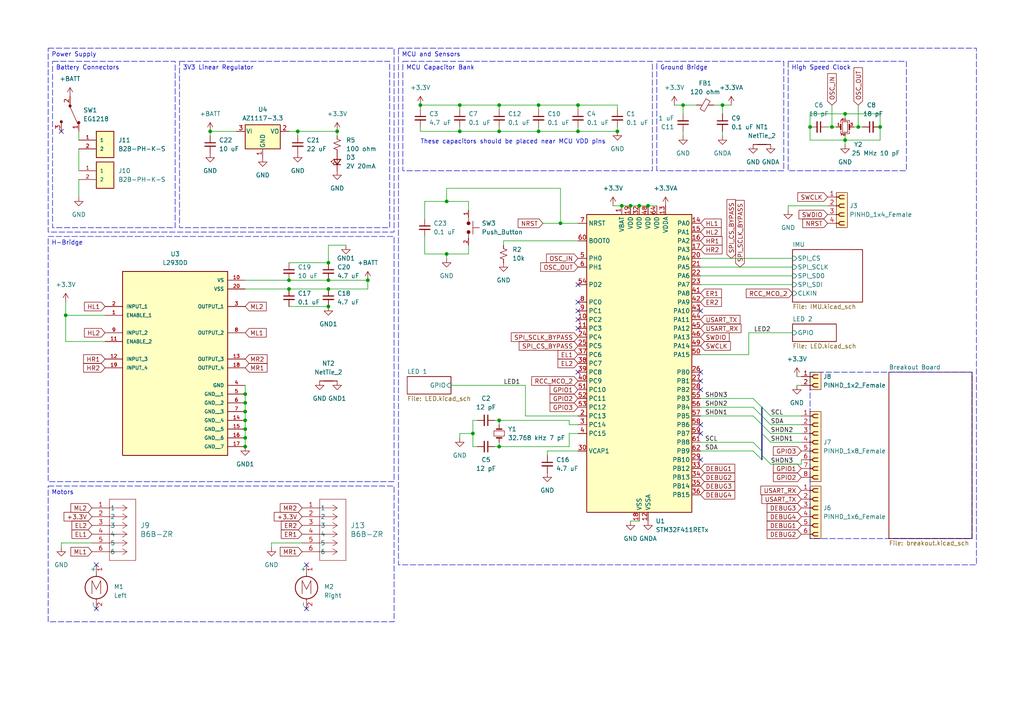
<source format=kicad_sch>
(kicad_sch (version 20230121) (generator eeschema)
  (paper "A4")
  (title_block (title "Mouse Potato") (date "2024-02-01") (rev "1.2.0") (company "UCLA Micromouse 2023-24 Team 2"))
  (lib_symbols
    (symbol "B2B-PH-K-S_LF__SN_:B2B-PH-K-S_LF__SN_" (pin_names (offset 1.016))
      (property "Reference" "J" (at -2.5444 3.3077 0))
      (property "Value" "B2B-PH-K-S_LF__SN_" (at -2.5446 -7.6338 0))
      (symbol "B2B-PH-K-S_LF__SN__0_0"
        (pin passive line (at -7.62 0 0) (length 5.08) (name "1") (number "1"))
        (pin passive line (at -7.62 -2.54 0) (length 5.08) (name "2") (number "2"))
      )
    )
    (symbol "B6B_ZR:B6B-ZR" (pin_names (offset 0.254))
      (property "Reference" "J" (at 8.89 6.35 0))
      (property "Value" "B6B-ZR" (at 0 0 0))
      (symbol "B6B-ZR_1_1"
        (pin unspecified line (at 0 0 0) (length 5.08) (name "1") (number "1"))
        (pin unspecified line (at 0 -2.54 0) (length 5.08) (name "2") (number "2"))
        (pin unspecified line (at 0 -5.08 0) (length 5.08) (name "3") (number "3"))
        (pin unspecified line (at 0 -7.62 0) (length 5.08) (name "4") (number "4"))
        (pin unspecified line (at 0 -10.16 0) (length 5.08) (name "5") (number "5"))
        (pin unspecified line (at 0 -12.7 0) (length 5.08) (name "6") (number "6"))
      )
      (symbol "B6B-ZR_1_2"
        (pin unspecified line (at 0 0 0) (length 5.08) (name "1") (number "1"))
        (pin unspecified line (at 0 -2.54 0) (length 5.08) (name "2") (number "2"))
        (pin unspecified line (at 0 -5.08 0) (length 5.08) (name "3") (number "3"))
        (pin unspecified line (at 0 -7.62 0) (length 5.08) (name "4") (number "4"))
        (pin unspecified line (at 0 -10.16 0) (length 5.08) (name "5") (number "5"))
        (pin unspecified line (at 0 -12.7 0) (length 5.08) (name "6") (number "6"))
      )
    )
    (symbol "Device:C_Small" (pin_numbers hide) (pin_names (offset 0.254) hide)
      (property "Reference" "C" (at 0.254 1.778 0))
      (property "Value" "C_Small" (at 0.254 -2.032 0))
      (symbol "C_Small_1_1"
        (pin passive line (at 0 2.54 270) (length 2.032) (name "~") (number "1"))
        (pin passive line (at 0 -2.54 90) (length 2.032) (name "~") (number "2"))
      )
    )
    (symbol "Device:Crystal_GND24_Small" (pin_names (offset 1.016) hide)
      (property "Reference" "Y" (at 1.27 4.445 0))
      (property "Value" "Crystal_GND24_Small" (at 1.27 2.54 0))
      (symbol "Crystal_GND24_Small_1_1"
        (pin passive line (at -2.54 0 0) (length 1.27) (name "1") (number "1"))
        (pin passive line (at 0 -2.54 90) (length 0.635) (name "2") (number "2"))
        (pin passive line (at 2.54 0 180) (length 1.27) (name "3") (number "3"))
        (pin passive line (at 0 2.54 270) (length 0.635) (name "4") (number "4"))
      )
    )
    (symbol "Device:Crystal_Small" (pin_numbers hide) (pin_names (offset 1.016) hide)
      (property "Reference" "Y" (at 0 2.54 0))
      (property "Value" "Crystal_Small" (at 0 -2.54 0))
      (symbol "Crystal_Small_1_1"
        (pin passive line (at -2.54 0 0) (length 1.27) (name "1") (number "1"))
        (pin passive line (at 2.54 0 180) (length 1.27) (name "2") (number "2"))
      )
    )
    (symbol "Device:FerriteBead_Small" (pin_numbers hide) (pin_names (offset 0))
      (property "Reference" "FB" (at 1.905 1.27 0))
      (property "Value" "FerriteBead_Small" (at 1.905 -1.27 0))
      (symbol "FerriteBead_Small_1_1"
        (pin passive line (at 0 2.54 270) (length 1.27) (name "~") (number "1"))
        (pin passive line (at 0 -2.54 90) (length 1.27) (name "~") (number "2"))
      )
    )
    (symbol "Device:LED_Small" (pin_numbers hide) (pin_names (offset 0.254) hide)
      (property "Reference" "D" (at -1.27 3.175 0))
      (property "Value" "LED_Small" (at -4.445 -2.54 0))
      (symbol "LED_Small_1_1"
        (pin passive line (at -2.54 0 0) (length 1.778) (name "K") (number "1"))
        (pin passive line (at 2.54 0 180) (length 1.778) (name "A") (number "2"))
      )
    )
    (symbol "Device:NetTie_2" (pin_numbers hide) (pin_names (offset 0) hide) (in_bom no)
      (property "Reference" "NT" (at 0 1.27 0))
      (property "Value" "NetTie_2" (at 0 -1.27 0))
      (symbol "NetTie_2_1_1"
        (pin passive line (at -2.54 0 0) (length 2.54) (name "1") (number "1"))
        (pin passive line (at 2.54 0 180) (length 2.54) (name "2") (number "2"))
      )
    )
    (symbol "Device:R_Small_US" (pin_numbers hide) (pin_names (offset 0.254) hide)
      (property "Reference" "R" (at 0.762 0.508 0))
      (property "Value" "R_Small_US" (at 0.762 -1.016 0))
      (symbol "R_Small_US_1_1"
        (pin passive line (at 0 2.54 270) (length 1.016) (name "~") (number "1"))
        (pin passive line (at 0 -2.54 90) (length 1.016) (name "~") (number "2"))
      )
    )
    (symbol "L293DD:L293DD" (pin_names (offset 1.016))
      (property "Reference" "U" (at -15 18.7 0))
      (property "Value" "L293DD" (at -15 -37.78 0))
      (symbol "L293DD_0_0"
        (pin input line (at -20.32 5.08 0) (length 5.08) (name "ENABLE_1") (number "1"))
        (pin power_in line (at 20.32 15.24 180) (length 5.08) (name "VS") (number "10"))
        (pin input line (at -20.32 -2.54 0) (length 5.08) (name "ENABLE_2") (number "11"))
        (pin input line (at -20.32 -7.62 0) (length 5.08) (name "INPUT_3") (number "12"))
        (pin output line (at 20.32 -7.62 180) (length 5.08) (name "OUTPUT_3") (number "13"))
        (pin power_in line (at 20.32 -25.4 180) (length 5.08) (name "GND__4") (number "14"))
        (pin power_in line (at 20.32 -27.94 180) (length 5.08) (name "GND__5") (number "15"))
        (pin power_in line (at 20.32 -30.48 180) (length 5.08) (name "GND__6") (number "16"))
        (pin power_in line (at 20.32 -33.02 180) (length 5.08) (name "GND__7") (number "17"))
        (pin output line (at 20.32 -10.16 180) (length 5.08) (name "OUTPUT_4") (number "18"))
        (pin input line (at -20.32 -10.16 0) (length 5.08) (name "INPUT_4") (number "19"))
        (pin input line (at -20.32 7.62 0) (length 5.08) (name "INPUT_1") (number "2"))
        (pin power_in line (at 20.32 12.7 180) (length 5.08) (name "VSS") (number "20"))
        (pin output line (at 20.32 7.62 180) (length 5.08) (name "OUTPUT_1") (number "3"))
        (pin power_in line (at 20.32 -15.24 180) (length 5.08) (name "GND") (number "4"))
        (pin power_in line (at 20.32 -17.78 180) (length 5.08) (name "GND__1") (number "5"))
        (pin power_in line (at 20.32 -20.32 180) (length 5.08) (name "GND__2") (number "6"))
        (pin power_in line (at 20.32 -22.86 180) (length 5.08) (name "GND__3") (number "7"))
        (pin output line (at 20.32 0 180) (length 5.08) (name "OUTPUT_2") (number "8"))
        (pin input line (at -20.32 0 0) (length 5.08) (name "INPUT_2") (number "9"))
      )
    )
    (symbol "MCU_ST_STM32F4:STM32F411RETx"
      (property "Reference" "U" (at -15.24 44.45 0))
      (property "Value" "STM32F411RETx" (at 10.16 44.45 0))
      (symbol "STM32F411RETx_1_1"
        (pin power_in line (at -5.08 45.72 270) (length 2.54) (name "VBAT") (number "1"))
        (pin bidirectional line (at -17.78 12.7 0) (length 2.54) (name "PC2") (number "10"))
        (pin bidirectional line (at -17.78 10.16 0) (length 2.54) (name "PC3") (number "11"))
        (pin power_in line (at 2.54 -45.72 90) (length 2.54) (name "VSSA") (number "12"))
        (pin power_in line (at 7.62 45.72 270) (length 2.54) (name "VDDA") (number "13"))
        (pin bidirectional line (at 17.78 40.64 180) (length 2.54) (name "PA0") (number "14"))
        (pin bidirectional line (at 17.78 38.1 180) (length 2.54) (name "PA1") (number "15"))
        (pin bidirectional line (at 17.78 35.56 180) (length 2.54) (name "PA2") (number "16"))
        (pin bidirectional line (at 17.78 33.02 180) (length 2.54) (name "PA3") (number "17"))
        (pin power_in line (at 0 -45.72 90) (length 2.54) (name "VSS") (number "18"))
        (pin power_in line (at -2.54 45.72 270) (length 2.54) (name "VDD") (number "19"))
        (pin bidirectional line (at -17.78 -15.24 0) (length 2.54) (name "PC13") (number "2"))
        (pin bidirectional line (at 17.78 30.48 180) (length 2.54) (name "PA4") (number "20"))
        (pin bidirectional line (at 17.78 27.94 180) (length 2.54) (name "PA5") (number "21"))
        (pin bidirectional line (at 17.78 25.4 180) (length 2.54) (name "PA6") (number "22"))
        (pin bidirectional line (at 17.78 22.86 180) (length 2.54) (name "PA7") (number "23"))
        (pin bidirectional line (at -17.78 7.62 0) (length 2.54) (name "PC4") (number "24"))
        (pin bidirectional line (at -17.78 5.08 0) (length 2.54) (name "PC5") (number "25"))
        (pin bidirectional line (at 17.78 -2.54 180) (length 2.54) (name "PB0") (number "26"))
        (pin bidirectional line (at 17.78 -5.08 180) (length 2.54) (name "PB1") (number "27"))
        (pin bidirectional line (at 17.78 -7.62 180) (length 2.54) (name "PB2") (number "28"))
        (pin bidirectional line (at 17.78 -27.94 180) (length 2.54) (name "PB10") (number "29"))
        (pin bidirectional line (at -17.78 -17.78 0) (length 2.54) (name "PC14") (number "3"))
        (pin power_out line (at -17.78 -25.4 0) (length 2.54) (name "VCAP1") (number "30"))
        (pin passive line (at 0 -45.72 90) (length 2.54) hide (name "VSS") (number "31"))
        (pin power_in line (at 0 45.72 270) (length 2.54) (name "VDD") (number "32"))
        (pin bidirectional line (at 17.78 -30.48 180) (length 2.54) (name "PB12") (number "33"))
        (pin bidirectional line (at 17.78 -33.02 180) (length 2.54) (name "PB13") (number "34"))
        (pin bidirectional line (at 17.78 -35.56 180) (length 2.54) (name "PB14") (number "35"))
        (pin bidirectional line (at 17.78 -38.1 180) (length 2.54) (name "PB15") (number "36"))
        (pin bidirectional line (at -17.78 2.54 0) (length 2.54) (name "PC6") (number "37"))
        (pin bidirectional line (at -17.78 0 0) (length 2.54) (name "PC7") (number "38"))
        (pin bidirectional line (at -17.78 -2.54 0) (length 2.54) (name "PC8") (number "39"))
        (pin bidirectional line (at -17.78 -20.32 0) (length 2.54) (name "PC15") (number "4"))
        (pin bidirectional line (at -17.78 -5.08 0) (length 2.54) (name "PC9") (number "40"))
        (pin bidirectional line (at 17.78 20.32 180) (length 2.54) (name "PA8") (number "41"))
        (pin bidirectional line (at 17.78 17.78 180) (length 2.54) (name "PA9") (number "42"))
        (pin bidirectional line (at 17.78 15.24 180) (length 2.54) (name "PA10") (number "43"))
        (pin bidirectional line (at 17.78 12.7 180) (length 2.54) (name "PA11") (number "44"))
        (pin bidirectional line (at 17.78 10.16 180) (length 2.54) (name "PA12") (number "45"))
        (pin bidirectional line (at 17.78 7.62 180) (length 2.54) (name "PA13") (number "46"))
        (pin passive line (at 0 -45.72 90) (length 2.54) hide (name "VSS") (number "47"))
        (pin power_in line (at 2.54 45.72 270) (length 2.54) (name "VDD") (number "48"))
        (pin bidirectional line (at 17.78 5.08 180) (length 2.54) (name "PA14") (number "49"))
        (pin bidirectional line (at -17.78 30.48 0) (length 2.54) (name "PH0") (number "5"))
        (pin bidirectional line (at 17.78 2.54 180) (length 2.54) (name "PA15") (number "50"))
        (pin bidirectional line (at -17.78 -7.62 0) (length 2.54) (name "PC10") (number "51"))
        (pin bidirectional line (at -17.78 -10.16 0) (length 2.54) (name "PC11") (number "52"))
        (pin bidirectional line (at -17.78 -12.7 0) (length 2.54) (name "PC12") (number "53"))
        (pin bidirectional line (at -17.78 22.86 0) (length 2.54) (name "PD2") (number "54"))
        (pin bidirectional line (at 17.78 -10.16 180) (length 2.54) (name "PB3") (number "55"))
        (pin bidirectional line (at 17.78 -12.7 180) (length 2.54) (name "PB4") (number "56"))
        (pin bidirectional line (at 17.78 -15.24 180) (length 2.54) (name "PB5") (number "57"))
        (pin bidirectional line (at 17.78 -17.78 180) (length 2.54) (name "PB6") (number "58"))
        (pin bidirectional line (at 17.78 -20.32 180) (length 2.54) (name "PB7") (number "59"))
        (pin bidirectional line (at -17.78 27.94 0) (length 2.54) (name "PH1") (number "6"))
        (pin input line (at -17.78 35.56 0) (length 2.54) (name "BOOT0") (number "60"))
        (pin bidirectional line (at 17.78 -22.86 180) (length 2.54) (name "PB8") (number "61"))
        (pin bidirectional line (at 17.78 -25.4 180) (length 2.54) (name "PB9") (number "62"))
        (pin passive line (at 0 -45.72 90) (length 2.54) hide (name "VSS") (number "63"))
        (pin power_in line (at 5.08 45.72 270) (length 2.54) (name "VDD") (number "64"))
        (pin input line (at -17.78 40.64 0) (length 2.54) (name "NRST") (number "7"))
        (pin bidirectional line (at -17.78 17.78 0) (length 2.54) (name "PC0") (number "8"))
        (pin bidirectional line (at -17.78 15.24 0) (length 2.54) (name "PC1") (number "9"))
      )
    )
    (symbol "Motor:Motor_DC" (pin_names (offset 0))
      (property "Reference" "M" (at 2.54 2.54 0))
      (property "Value" "Motor_DC" (at 2.54 -5.08 0))
      (symbol "Motor_DC_1_1"
        (pin passive line (at 0 5.08 270) (length 2.54) (name "+") (number "1"))
        (pin passive line (at 0 -7.62 90) (length 2.54) (name "-") (number "2"))
      )
    )
    (symbol "PCM_SL_Devices:Push_Button"
      (property "Reference" "SW" (at 0 6.35 0))
      (property "Value" "Push_Button" (at 0 4.445 0))
      (symbol "Push_Button_1_1"
        (pin passive line (at -5.08 0 0) (length 2) (name "") (number "1"))
        (pin passive line (at 5.08 0 180) (length 2) (name "") (number "2"))
      )
    )
    (symbol "PCM_SL_Pin_Headers:PINHD_1x2_Female"
      (property "Reference" "J" (at 0 7.62 0))
      (property "Value" "PINHD_1x2_Female" (at 0 5.08 0))
      (symbol "PINHD_1x2_Female_1_1"
        (pin passive line (at -3.81 1.27 0) (length 2.54) (name "") (number "1"))
        (pin passive line (at -3.81 -1.27 0) (length 2.54) (name "") (number "2"))
      )
    )
    (symbol "PCM_SL_Pin_Headers:PINHD_1x4_Female"
      (property "Reference" "J" (at 0 10.16 0))
      (property "Value" "PINHD_1x4_Female" (at 0 7.62 0))
      (symbol "PINHD_1x4_Female_1_1"
        (pin passive line (at -3.81 3.81 0) (length 2.54) (name "") (number "1"))
        (pin passive line (at -3.81 1.27 0) (length 2.54) (name "") (number "2"))
        (pin passive line (at -3.81 -1.27 0) (length 2.54) (name "") (number "3"))
        (pin passive line (at -3.81 -3.81 0) (length 2.54) (name "") (number "4"))
      )
    )
    (symbol "PCM_SL_Pin_Headers:PINHD_1x6_Female"
      (property "Reference" "J" (at 0 12.7 0))
      (property "Value" "PINHD_1x6_Female" (at 0 10.16 0))
      (symbol "PINHD_1x6_Female_1_1"
        (pin passive line (at -3.81 6.35 0) (length 2.54) (name "") (number "1"))
        (pin passive line (at -3.81 3.81 0) (length 2.54) (name "") (number "2"))
        (pin passive line (at -3.81 1.27 0) (length 2.54) (name "") (number "3"))
        (pin passive line (at -3.81 -1.27 0) (length 2.54) (name "") (number "4"))
        (pin passive line (at -3.81 -3.81 0) (length 2.54) (name "") (number "5"))
        (pin passive line (at -3.81 -6.35 0) (length 2.54) (name "") (number "6"))
      )
    )
    (symbol "PCM_SL_Pin_Headers:PINHD_1x8_Female"
      (property "Reference" "J" (at 0 15.24 0))
      (property "Value" "PINHD_1x8_Female" (at 0 12.7 0))
      (symbol "PINHD_1x8_Female_1_1"
        (pin passive line (at -3.81 8.89 0) (length 2.54) (name "") (number "1"))
        (pin passive line (at -3.81 6.35 0) (length 2.54) (name "") (number "2"))
        (pin passive line (at -3.81 3.81 0) (length 2.54) (name "") (number "3"))
        (pin passive line (at -3.81 1.27 0) (length 2.54) (name "") (number "4"))
        (pin passive line (at -3.81 -1.27 0) (length 2.54) (name "") (number "5"))
        (pin passive line (at -3.81 -3.81 0) (length 2.54) (name "") (number "6"))
        (pin passive line (at -3.81 -6.35 0) (length 2.54) (name "") (number "7"))
        (pin passive line (at -3.81 -8.89 0) (length 2.54) (name "") (number "8"))
      )
    )
    (symbol "Regulator_Linear:AZ1117-3.3" (pin_names (offset 0.254))
      (property "Reference" "U" (at -3.81 3.175 0))
      (property "Value" "AZ1117-3.3" (at 0 3.175 0))
      (symbol "AZ1117-3.3_1_1"
        (pin power_in line (at 0 -7.62 90) (length 2.54) (name "GND") (number "1"))
        (pin power_out line (at 7.62 0 180) (length 2.54) (name "VO") (number "2"))
        (pin power_in line (at -7.62 0 0) (length 2.54) (name "VI") (number "3"))
      )
    )
    (symbol "dk_Slide-Switches:EG1218" (pin_names (offset 0))
      (property "Reference" "S" (at -3.81 2.286 0))
      (property "Value" "EG1218" (at 0 -5.334 0))
      (symbol "EG1218_1_1"
        (pin passive line (at 5.08 2.54 180) (length 2.54) (name "~") (number "1"))
        (pin passive line (at -5.08 0 0) (length 2.54) (name "~") (number "2"))
        (pin passive line (at 5.08 -2.54 180) (length 2.54) (name "~") (number "3"))
      )
    )
    (symbol "power:+3.3V" (power) (pin_names (offset 0))
      (property "Value" "+3.3V" (at 0 3.556 0))
      (symbol "+3.3V_1_1"
        (pin power_in line (at 0 0 90) (length 0) hide (name "+3.3V") (number "1"))
      )
    )
    (symbol "power:+3.3VA" (power) (pin_names (offset 0))
      (property "Value" "+3.3VA" (at 0 3.556 0))
      (symbol "+3.3VA_1_1"
        (pin power_in line (at 0 0 90) (length 0) hide (name "+3.3VA") (number "1"))
      )
    )
    (symbol "power:+BATT" (power) (pin_names (offset 0))
      (property "Value" "+BATT" (at 0 3.556 0))
      (symbol "+BATT_1_1"
        (pin power_in line (at 0 0 90) (length 0) hide (name "+BATT") (number "1"))
      )
    )
    (symbol "power:GND" (power) (pin_names (offset 0))
      (property "Value" "GND" (at 0 -3.81 0))
      (symbol "GND_1_1"
        (pin power_in line (at 0 0 270) (length 0) hide (name "GND") (number "1"))
      )
    )
    (symbol "power:GND1" (power) (pin_names (offset 0))
      (property "Value" "GND1" (at 0 -3.81 0))
      (symbol "GND1_1_1"
        (pin power_in line (at 0 0 270) (length 0) hide (name "GND1") (number "1"))
      )
    )
    (symbol "power:GNDA" (power) (pin_names (offset 0))
      (property "Value" "GNDA" (at 0 -3.81 0))
      (symbol "GNDA_1_1"
        (pin power_in line (at 0 0 270) (length 0) hide (name "GNDA") (number "1"))
      )
    )
  )
  (junction (at 198.12 30.48))
  (junction (at 241.3 36.83))
  (junction (at 121.92 30.48))
  (junction (at 71.12 129.54))
  (junction (at 182.88 59.69))
  (junction (at 60.96 38.1))
  (junction (at 133.35 38.1))
  (junction (at 167.64 38.1))
  (junction (at 133.35 30.48))
  (junction (at 144.78 30.48))
  (junction (at 95.25 88.9))
  (junction (at 209.55 30.48))
  (junction (at 129.54 58.42))
  (junction (at 106.68 81.28))
  (junction (at 71.12 114.3))
  (junction (at 234.95 36.83))
  (junction (at 95.25 83.82))
  (junction (at 245.11 33.02))
  (junction (at 248.92 36.83))
  (junction (at 95.25 76.2))
  (junction (at 71.12 121.92))
  (junction (at 97.79 38.1))
  (junction (at 19.05 91.44))
  (junction (at 179.07 38.1))
  (junction (at 162.56 64.77))
  (junction (at 255.27 36.83))
  (junction (at 185.42 59.69))
  (junction (at 167.64 30.48))
  (junction (at 71.12 119.38))
  (junction (at 245.11 40.64))
  (junction (at 187.96 59.69))
  (junction (at 95.25 81.28))
  (junction (at 137.16 125.73))
  (junction (at 83.82 81.28))
  (junction (at 129.54 73.66))
  (junction (at 71.12 116.84))
  (junction (at 144.78 38.1))
  (junction (at 156.21 38.1))
  (junction (at 144.78 121.92))
  (junction (at 71.12 127))
  (junction (at 156.21 30.48))
  (junction (at 83.82 83.82))
  (junction (at 86.36 38.1))
  (junction (at 144.78 129.54))
  (junction (at 180.34 59.69))
  (junction (at 71.12 124.46))
  (no_connect (at 27.94 163.83))
  (no_connect (at 203.2 113.03))
  (no_connect (at 88.9 163.83))
  (no_connect (at 203.2 107.95))
  (no_connect (at 167.64 90.17))
  (no_connect (at 167.64 95.25))
  (no_connect (at 167.64 92.71))
  (no_connect (at 203.2 123.19))
  (no_connect (at 167.64 107.95))
  (no_connect (at 27.94 176.53))
  (no_connect (at 203.2 110.49))
  (no_connect (at 17.78 38.1))
  (no_connect (at 203.2 125.73))
  (no_connect (at 203.2 133.35))
  (no_connect (at 203.2 90.17))
  (no_connect (at 88.9 176.53))
  (no_connect (at 167.64 87.63))
  (no_connect (at 167.64 82.55))
  (bus_entry (at 220.98 132.08) (size 2.54 2.54))
  (bus_entry (at 220.98 130.81) (size -2.54 -2.54))
  (bus_entry (at 220.98 123.19) (size -2.54 -2.54))
  (bus_entry (at 220.98 125.73) (size 2.54 2.54))
  (bus_entry (at 220.98 123.19) (size 2.54 2.54))
  (bus_entry (at 220.98 133.35) (size -2.54 -2.54))
  (bus_entry (at 220.98 118.11) (size -2.54 -2.54))
  (bus_entry (at 220.98 118.11) (size 2.54 2.54))
  (bus_entry (at 220.98 120.65) (size -2.54 -2.54))
  (bus_entry (at 220.98 120.65) (size 2.54 2.54))
  (wire (pts (xy 223.52 134.62) (xy 232.41 134.62)))
  (wire (pts (xy 203.2 130.81) (xy 218.44 130.81)))
  (wire (pts (xy 217.17 96.52) (xy 217.17 102.87)))
  (wire (pts (xy 146.05 69.85) (xy 146.05 71.12)))
  (wire (pts (xy 137.16 129.54) (xy 138.43 129.54)))
  (wire (pts (xy 26.67 157.48) (xy 17.78 157.48)))
  (wire (pts (xy 123.19 73.66) (xy 123.19 68.58)))
  (wire (pts (xy 144.78 38.1) (xy 144.78 36.83)))
  (wire (pts (xy 133.35 30.48) (xy 144.78 30.48)))
  (bus (pts (xy 220.98 123.19) (xy 220.98 125.73)))
  (wire (pts (xy 144.78 38.1) (xy 156.21 38.1)))
  (wire (pts (xy 248.92 30.48) (xy 248.92 36.83)))
  (wire (pts (xy 133.35 125.73) (xy 137.16 125.73)))
  (wire (pts (xy 133.35 38.1) (xy 133.35 36.83)))
  (wire (pts (xy 162.56 54.61) (xy 162.56 64.77)))
  (wire (pts (xy 121.92 30.48) (xy 133.35 30.48)))
  (wire (pts (xy 60.96 38.1) (xy 68.58 38.1)))
  (wire (pts (xy 209.55 30.48) (xy 212.09 30.48)))
  (wire (pts (xy 129.54 73.66) (xy 135.89 73.66)))
  (wire (pts (xy 143.51 121.92) (xy 144.78 121.92)))
  (wire (pts (xy 207.01 30.48) (xy 209.55 30.48)))
  (wire (pts (xy 19.05 91.44) (xy 30.48 91.44)))
  (wire (pts (xy 241.3 36.83) (xy 242.57 36.83)))
  (wire (pts (xy 17.78 157.48) (xy 17.78 158.75)))
  (wire (pts (xy 255.27 33.02) (xy 255.27 36.83)))
  (wire (pts (xy 180.34 59.69) (xy 182.88 59.69)))
  (wire (pts (xy 167.64 38.1) (xy 167.64 36.83)))
  (wire (pts (xy 223.52 123.19) (xy 232.41 123.19)))
  (wire (pts (xy 71.12 114.3) (xy 71.12 116.84)))
  (wire (pts (xy 144.78 30.48) (xy 156.21 30.48)))
  (wire (pts (xy 179.07 30.48) (xy 179.07 31.75)))
  (wire (pts (xy 223.52 128.27) (xy 232.41 128.27)))
  (wire (pts (xy 30.48 99.06) (xy 19.05 99.06)))
  (wire (pts (xy 22.86 38.1) (xy 22.86 40.64)))
  (wire (pts (xy 83.82 38.1) (xy 86.36 38.1)))
  (wire (pts (xy 19.05 99.06) (xy 19.05 91.44)))
  (wire (pts (xy 123.19 58.42) (xy 129.54 58.42)))
  (wire (pts (xy 71.12 119.38) (xy 71.12 121.92)))
  (wire (pts (xy 231.14 111.76) (xy 232.41 111.76)))
  (wire (pts (xy 135.89 73.66) (xy 135.89 71.12)))
  (wire (pts (xy 203.2 120.65) (xy 218.44 120.65)))
  (wire (pts (xy 123.19 73.66) (xy 129.54 73.66)))
  (wire (pts (xy 177.8 59.69) (xy 180.34 59.69)))
  (wire (pts (xy 245.11 33.02) (xy 255.27 33.02)))
  (wire (pts (xy 60.96 39.37) (xy 60.96 38.1)))
  (wire (pts (xy 71.12 127) (xy 71.12 129.54)))
  (wire (pts (xy 83.82 88.9) (xy 95.25 88.9)))
  (wire (pts (xy 245.11 40.64) (xy 245.11 39.37)))
  (wire (pts (xy 203.2 82.55) (xy 229.87 82.55)))
  (wire (pts (xy 245.11 41.91) (xy 245.11 40.64)))
  (wire (pts (xy 185.42 59.69) (xy 187.96 59.69)))
  (wire (pts (xy 165.1 125.73) (xy 165.1 129.54)))
  (wire (pts (xy 228.6 59.69) (xy 228.6 60.96)))
  (wire (pts (xy 71.12 121.92) (xy 71.12 124.46)))
  (wire (pts (xy 22.86 43.18) (xy 22.86 49.53)))
  (wire (pts (xy 152.4 111.76) (xy 152.4 120.65)))
  (wire (pts (xy 95.25 81.28) (xy 106.68 81.28)))
  (wire (pts (xy 137.16 125.73) (xy 137.16 129.54)))
  (wire (pts (xy 209.55 39.37) (xy 209.55 38.1)))
  (wire (pts (xy 144.78 30.48) (xy 144.78 31.75)))
  (wire (pts (xy 158.75 130.81) (xy 158.75 132.08)))
  (wire (pts (xy 144.78 129.54) (xy 144.78 128.27)))
  (bus (pts (xy 220.98 118.11) (xy 220.98 120.65)))
  (wire (pts (xy 241.3 30.48) (xy 241.3 36.83)))
  (wire (pts (xy 106.68 81.28) (xy 106.68 83.82)))
  (wire (pts (xy 231.14 109.22) (xy 232.41 109.22)))
  (wire (pts (xy 198.12 39.37) (xy 198.12 38.1)))
  (wire (pts (xy 71.12 81.28) (xy 83.82 81.28)))
  (wire (pts (xy 167.64 130.81) (xy 158.75 130.81)))
  (wire (pts (xy 165.1 121.92) (xy 144.78 121.92)))
  (wire (pts (xy 71.12 124.46) (xy 71.12 127)))
  (wire (pts (xy 167.64 30.48) (xy 179.07 30.48)))
  (bus (pts (xy 220.98 130.81) (xy 220.98 132.08)))
  (wire (pts (xy 133.35 30.48) (xy 133.35 31.75)))
  (wire (pts (xy 133.35 38.1) (xy 144.78 38.1)))
  (wire (pts (xy 22.86 52.07) (xy 22.86 57.15)))
  (wire (pts (xy 71.12 111.76) (xy 71.12 114.3)))
  (wire (pts (xy 129.54 58.42) (xy 135.89 58.42)))
  (wire (pts (xy 203.2 115.57) (xy 218.44 115.57)))
  (wire (pts (xy 129.54 54.61) (xy 129.54 58.42)))
  (wire (pts (xy 86.36 39.37) (xy 86.36 38.1)))
  (wire (pts (xy 245.11 40.64) (xy 234.95 40.64)))
  (wire (pts (xy 167.64 123.19) (xy 165.1 123.19)))
  (wire (pts (xy 165.1 125.73) (xy 167.64 125.73)))
  (wire (pts (xy 121.92 38.1) (xy 133.35 38.1)))
  (wire (pts (xy 87.63 157.48) (xy 78.74 157.48)))
  (wire (pts (xy 245.11 40.64) (xy 255.27 40.64)))
  (wire (pts (xy 137.16 121.92) (xy 138.43 121.92)))
  (wire (pts (xy 121.92 30.48) (xy 121.92 31.75)))
  (wire (pts (xy 146.05 69.85) (xy 167.64 69.85)))
  (wire (pts (xy 143.51 129.54) (xy 144.78 129.54)))
  (wire (pts (xy 223.52 125.73) (xy 232.41 125.73)))
  (wire (pts (xy 71.12 116.84) (xy 71.12 119.38)))
  (bus (pts (xy 220.98 125.73) (xy 220.98 130.81)))
  (wire (pts (xy 144.78 121.92) (xy 144.78 123.19)))
  (wire (pts (xy 187.96 59.69) (xy 190.5 59.69)))
  (wire (pts (xy 245.11 34.29) (xy 245.11 33.02)))
  (wire (pts (xy 19.05 91.44) (xy 19.05 87.63)))
  (wire (pts (xy 83.82 76.2) (xy 95.25 76.2)))
  (wire (pts (xy 121.92 38.1) (xy 121.92 36.83)))
  (wire (pts (xy 133.35 127) (xy 133.35 125.73)))
  (wire (pts (xy 156.21 30.48) (xy 167.64 30.48)))
  (wire (pts (xy 156.21 38.1) (xy 167.64 38.1)))
  (wire (pts (xy 71.12 83.82) (xy 83.82 83.82)))
  (wire (pts (xy 198.12 30.48) (xy 201.93 30.48)))
  (wire (pts (xy 198.12 30.48) (xy 198.12 33.02)))
  (wire (pts (xy 250.19 36.83) (xy 248.92 36.83)))
  (wire (pts (xy 179.07 36.83) (xy 179.07 38.1)))
  (wire (pts (xy 95.25 83.82) (xy 106.68 83.82)))
  (wire (pts (xy 203.2 128.27) (xy 218.44 128.27)))
  (wire (pts (xy 129.54 74.93) (xy 129.54 73.66)))
  (wire (pts (xy 182.88 151.13) (xy 185.42 151.13)))
  (wire (pts (xy 240.03 36.83) (xy 241.3 36.83)))
  (wire (pts (xy 135.89 58.42) (xy 135.89 60.96)))
  (wire (pts (xy 182.88 59.69) (xy 185.42 59.69)))
  (bus (pts (xy 220.98 120.65) (xy 220.98 123.19)))
  (wire (pts (xy 203.2 80.01) (xy 229.87 80.01)))
  (wire (pts (xy 209.55 30.48) (xy 209.55 33.02)))
  (wire (pts (xy 234.95 33.02) (xy 234.95 36.83)))
  (wire (pts (xy 245.11 33.02) (xy 234.95 33.02)))
  (wire (pts (xy 95.25 71.12) (xy 100.33 71.12)))
  (wire (pts (xy 156.21 38.1) (xy 156.21 36.83)))
  (wire (pts (xy 167.64 120.65) (xy 152.4 120.65)))
  (wire (pts (xy 130.81 111.76) (xy 152.4 111.76)))
  (wire (pts (xy 156.21 30.48) (xy 156.21 31.75)))
  (wire (pts (xy 217.17 96.52) (xy 229.87 96.52)))
  (wire (pts (xy 240.03 59.69) (xy 228.6 59.69)))
  (wire (pts (xy 203.2 118.11) (xy 218.44 118.11)))
  (wire (pts (xy 137.16 121.92) (xy 137.16 125.73)))
  (wire (pts (xy 167.64 30.48) (xy 167.64 31.75)))
  (wire (pts (xy 83.82 83.82) (xy 95.25 83.82)))
  (bus (pts (xy 220.98 132.08) (xy 220.98 133.35)))
  (wire (pts (xy 167.64 38.1) (xy 179.07 38.1)))
  (wire (pts (xy 95.25 71.12) (xy 95.25 76.2)))
  (wire (pts (xy 232.41 134.62) (xy 232.41 133.35)))
  (wire (pts (xy 97.79 39.37) (xy 97.79 38.1)))
  (wire (pts (xy 157.48 64.77) (xy 162.56 64.77)))
  (wire (pts (xy 255.27 36.83) (xy 255.27 40.64)))
  (wire (pts (xy 86.36 38.1) (xy 97.79 38.1)))
  (wire (pts (xy 234.95 36.83) (xy 234.95 40.64)))
  (wire (pts (xy 78.74 157.48) (xy 78.74 158.75)))
  (wire (pts (xy 223.52 120.65) (xy 232.41 120.65)))
  (wire (pts (xy 248.92 36.83) (xy 247.65 36.83)))
  (wire (pts (xy 203.2 74.93) (xy 229.87 74.93)))
  (wire (pts (xy 165.1 121.92) (xy 165.1 123.19)))
  (wire (pts (xy 203.2 77.47) (xy 229.87 77.47)))
  (wire (pts (xy 217.17 102.87) (xy 203.2 102.87)))
  (wire (pts (xy 129.54 54.61) (xy 162.56 54.61)))
  (wire (pts (xy 165.1 129.54) (xy 144.78 129.54)))
  (wire (pts (xy 162.56 64.77) (xy 167.64 64.77)))
  (wire (pts (xy 123.19 58.42) (xy 123.19 63.5)))
  (wire (pts (xy 83.82 81.28) (xy 95.25 81.28)))
  (wire (pts (xy 195.58 30.48) (xy 198.12 30.48)))
  (rectangle (start 234.95 107.95) (end 281.94 156.21) (stroke (width 0) (type dash)))
  (text_box "H-Bridge" (at 13.97 68.58 0) (size 100.33 71.12) (stroke (width 0) (type dash)) (effects (font (size 1.27 1.27)) (justify left top)))
  (text_box "3V3 Linear Regulator" (at 52.07 17.78 0) (size 60.96 48.26) (stroke (width 0) (type dash)) (effects (font (size 1.27 1.27)) (justify left top)))
  (text_box "Ground Bridge" (at 190.5 17.78 0) (size 36.83 31.75) (stroke (width 0) (type dash)) (effects (font (size 1.27 1.27)) (justify left top)))
  (text_box "MCU and Sensors\n" (at 115.57 13.97 0) (size 167.64 149.86) (stroke (width 0) (type dash)) (effects (font (size 1.27 1.27)) (justify left top)))
  (text_box "Motors" (at 13.97 140.97 0) (size 100.33 39.37) (stroke (width 0) (type dash)) (effects (font (size 1.27 1.27)) (justify left top)))
  (text_box "MCU Capacitor Bank" (at 116.84 17.78 0) (size 72.39 31.75) (stroke (width 0) (type dash)) (effects (font (size 1.27 1.27)) (justify left top)))
  (text_box "Power Supply" (at 13.97 13.97 0) (size 100.33 53.34) (stroke (width 0) (type dash)) (effects (font (size 1.27 1.27)) (justify left top)))
  (text_box "High Speed Clock" (at 228.6 17.78 0) (size 34.29 31.75) (stroke (width 0) (type dash)) (effects (font (size 1.27 1.27)) (justify left top)))
  (text_box "Battery Connectors" (at 15.24 17.78 0) (size 35.56 48.26) (stroke (width 0) (type dash)) (effects (font (size 1.27 1.27)) (justify left top)))
  (text "These capacitors should be placed near MCU VDD pins" (at 121.92 41.91 0) (effects (font (size 1.27 1.27)) (justify left bottom)))
  (label "LED1" (at 146.05 111.76 0))
  (label "SCL" (at 204.47 128.27 0))
  (label "SHDN3" (at 204.47 115.57 0))
  (label "SDA" (at 204.47 130.81 0))
  (label "LED2" (at 223.52 96.52 180))
  (label "SHDN1" (at 223.52 128.27 0))
  (label "SHDN1" (at 204.47 120.65 0))
  (label "SDA" (at 223.52 123.19 0))
  (label "SHDN2" (at 204.47 118.11 0))
  (label "SCL" (at 223.52 120.65 0))
  (label "SHDN2" (at 223.52 125.73 0))
  (label "SHDN3" (at 223.52 134.62 0))
  (global_label "SWDIO" (shape input) (at 203.2 97.79 0) (property "Intersheetrefs" "${INTERSHEET_REFS}" (effects hide)))
  (global_label "DEBUG4" (shape input) (at 203.2 143.51 0) (property "Intersheetrefs" "${INTERSHEET_REFS}" (effects hide)))
  (global_label "RCC_MCO_2" (shape input) (at 167.64 110.49 180) (property "Intersheetrefs" "${INTERSHEET_REFS}" (effects hide)))
  (global_label "GPIO1" (shape input) (at 232.41 135.89 180) (property "Intersheetrefs" "${INTERSHEET_REFS}" (effects hide)))
  (global_label "HR2" (shape input) (at 30.48 106.68 180) (property "Intersheetrefs" "${INTERSHEET_REFS}" (effects hide)))
  (global_label "HL2" (shape input) (at 203.2 67.31 0) (property "Intersheetrefs" "${INTERSHEET_REFS}" (effects hide)))
  (global_label "EL1" (shape input) (at 26.67 154.94 180) (property "Intersheetrefs" "${INTERSHEET_REFS}" (effects hide)))
  (global_label "USART_TX" (shape input) (at 203.2 92.71 0) (property "Intersheetrefs" "${INTERSHEET_REFS}" (effects hide)))
  (global_label "GPIO1" (shape input) (at 167.64 113.03 180) (property "Intersheetrefs" "${INTERSHEET_REFS}" (effects hide)))
  (global_label "GPIO3" (shape input) (at 232.41 130.81 180) (property "Intersheetrefs" "${INTERSHEET_REFS}" (effects hide)))
  (global_label "ER2" (shape input) (at 87.63 152.4 180) (property "Intersheetrefs" "${INTERSHEET_REFS}" (effects hide)))
  (global_label "SPI_CS_BYPASS" (shape input) (at 212.09 74.93 90) (property "Intersheetrefs" "${INTERSHEET_REFS}" (effects hide)))
  (global_label "MR2" (shape input) (at 71.12 104.14 0) (property "Intersheetrefs" "${INTERSHEET_REFS}" (effects hide)))
  (global_label "DEBUG3" (shape input) (at 203.2 140.97 0) (property "Intersheetrefs" "${INTERSHEET_REFS}" (effects hide)))
  (global_label "USART_RX" (shape input) (at 203.2 95.25 0) (property "Intersheetrefs" "${INTERSHEET_REFS}" (effects hide)))
  (global_label "ML2" (shape input) (at 71.12 88.9 0) (property "Intersheetrefs" "${INTERSHEET_REFS}" (effects hide)))
  (global_label "OSC_IN" (shape input) (at 241.3 30.48 90) (property "Intersheetrefs" "${INTERSHEET_REFS}" (effects hide)))
  (global_label "ML1" (shape input) (at 26.67 160.02 180) (property "Intersheetrefs" "${INTERSHEET_REFS}" (effects hide)))
  (global_label "HL2" (shape input) (at 30.48 96.52 180) (property "Intersheetrefs" "${INTERSHEET_REFS}" (effects hide)))
  (global_label "DEBUG3" (shape input) (at 232.41 147.32 180) (property "Intersheetrefs" "${INTERSHEET_REFS}" (effects hide)))
  (global_label "MR1" (shape input) (at 71.12 106.68 0) (property "Intersheetrefs" "${INTERSHEET_REFS}" (effects hide)))
  (global_label "ER1" (shape input) (at 87.63 154.94 180) (property "Intersheetrefs" "${INTERSHEET_REFS}" (effects hide)))
  (global_label "ML2" (shape input) (at 26.67 147.32 180) (property "Intersheetrefs" "${INTERSHEET_REFS}" (effects hide)))
  (global_label "NRST" (shape input) (at 157.48 64.77 180) (property "Intersheetrefs" "${INTERSHEET_REFS}" (effects hide)))
  (global_label "RCC_MCO_2" (shape input) (at 229.87 85.09 180) (property "Intersheetrefs" "${INTERSHEET_REFS}" (effects hide)))
  (global_label "DEBUG1" (shape input) (at 203.2 135.89 0) (property "Intersheetrefs" "${INTERSHEET_REFS}" (effects hide)))
  (global_label "MR1" (shape input) (at 87.63 160.02 180) (property "Intersheetrefs" "${INTERSHEET_REFS}" (effects hide)))
  (global_label "OSC_IN" (shape input) (at 167.64 74.93 180) (property "Intersheetrefs" "${INTERSHEET_REFS}" (effects hide)))
  (global_label "DEBUG2" (shape input) (at 203.2 138.43 0) (property "Intersheetrefs" "${INTERSHEET_REFS}" (effects hide)))
  (global_label "GPIO2" (shape input) (at 232.41 138.43 180) (property "Intersheetrefs" "${INTERSHEET_REFS}" (effects hide)))
  (global_label "+3.3V" (shape input) (at 26.67 149.86 180) (property "Intersheetrefs" "${INTERSHEET_REFS}" (effects hide)))
  (global_label "GPIO2" (shape input) (at 167.64 115.57 180) (property "Intersheetrefs" "${INTERSHEET_REFS}" (effects hide)))
  (global_label "DEBUG1" (shape input) (at 232.41 152.4 180) (property "Intersheetrefs" "${INTERSHEET_REFS}" (effects hide)))
  (global_label "SPI_SCLK_BYPASS" (shape input) (at 214.63 77.47 90) (property "Intersheetrefs" "${INTERSHEET_REFS}" (effects hide)))
  (global_label "EL1" (shape input) (at 167.64 102.87 180) (property "Intersheetrefs" "${INTERSHEET_REFS}" (effects hide)))
  (global_label "EL2" (shape input) (at 167.64 105.41 180) (property "Intersheetrefs" "${INTERSHEET_REFS}" (effects hide)))
  (global_label "DEBUG4" (shape input) (at 232.41 149.86 180) (property "Intersheetrefs" "${INTERSHEET_REFS}" (effects hide)))
  (global_label "SPI_SCLK_BYPASS" (shape input) (at 167.64 97.79 180) (property "Intersheetrefs" "${INTERSHEET_REFS}" (effects hide)))
  (global_label "HR2" (shape input) (at 203.2 72.39 0) (property "Intersheetrefs" "${INTERSHEET_REFS}" (effects hide)))
  (global_label "ER2" (shape input) (at 203.2 87.63 0) (property "Intersheetrefs" "${INTERSHEET_REFS}" (effects hide)))
  (global_label "HR1" (shape input) (at 203.2 69.85 0) (property "Intersheetrefs" "${INTERSHEET_REFS}" (effects hide)))
  (global_label "SWCLK" (shape input) (at 203.2 100.33 0) (property "Intersheetrefs" "${INTERSHEET_REFS}" (effects hide)))
  (global_label "SWDIO" (shape input) (at 240.03 62.23 180) (property "Intersheetrefs" "${INTERSHEET_REFS}" (effects hide)))
  (global_label "ML1" (shape input) (at 71.12 96.52 0) (property "Intersheetrefs" "${INTERSHEET_REFS}" (effects hide)))
  (global_label "EL2" (shape input) (at 26.67 152.4 180) (property "Intersheetrefs" "${INTERSHEET_REFS}" (effects hide)))
  (global_label "HR1" (shape input) (at 30.48 104.14 180) (property "Intersheetrefs" "${INTERSHEET_REFS}" (effects hide)))
  (global_label "+3.3V" (shape input) (at 87.63 149.86 180) (property "Intersheetrefs" "${INTERSHEET_REFS}" (effects hide)))
  (global_label "USART_RX" (shape input) (at 232.41 142.24 180) (property "Intersheetrefs" "${INTERSHEET_REFS}" (effects hide)))
  (global_label "SWCLK" (shape input) (at 240.03 57.15 180) (property "Intersheetrefs" "${INTERSHEET_REFS}" (effects hide)))
  (global_label "USART_TX" (shape input) (at 232.41 144.78 180) (property "Intersheetrefs" "${INTERSHEET_REFS}" (effects hide)))
  (global_label "OSC_OUT" (shape input) (at 248.92 30.48 90) (property "Intersheetrefs" "${INTERSHEET_REFS}" (effects hide)))
  (global_label "GPIO3" (shape input) (at 167.64 118.11 180) (property "Intersheetrefs" "${INTERSHEET_REFS}" (effects hide)))
  (global_label "NRST" (shape input) (at 240.03 64.77 180) (property "Intersheetrefs" "${INTERSHEET_REFS}" (effects hide)))
  (global_label "HL1" (shape input) (at 203.2 64.77 0) (property "Intersheetrefs" "${INTERSHEET_REFS}" (effects hide)))
  (global_label "MR2" (shape input) (at 87.63 147.32 180) (property "Intersheetrefs" "${INTERSHEET_REFS}" (effects hide)))
  (global_label "SPI_CS_BYPASS" (shape input) (at 167.64 100.33 180) (property "Intersheetrefs" "${INTERSHEET_REFS}" (effects hide)))
  (global_label "ER1" (shape input) (at 203.2 85.09 0) (property "Intersheetrefs" "${INTERSHEET_REFS}" (effects hide)))
  (global_label "OSC_OUT" (shape input) (at 167.64 77.47 180) (property "Intersheetrefs" "${INTERSHEET_REFS}" (effects hide)))
  (global_label "HL1" (shape input) (at 30.48 88.9 180) (property "Intersheetrefs" "${INTERSHEET_REFS}" (effects hide)))
  (global_label "DEBUG2" (shape input) (at 232.41 154.94 180) (property "Intersheetrefs" "${INTERSHEET_REFS}" (effects hide)))
  (symbol (lib_id "Device:C_Small") (at 237.49 36.83 270) (unit 1)
    (property "Reference" "C6" (at 237.4836 30.48 90))
    (property "Value" "18 pF" (at 237.4836 33.02 90))
    (property "Footprint" "Capacitor_SMD:C_0603_1608Metric" (effects hide))
  )
  (symbol (lib_id "power:GND") (at 158.75 137.16 0) (unit 1)
    (property "Reference" "#PWR022" (effects hide))
    (property "Value" "GND" (at 158.75 142.24 0))
  )
  (symbol (lib_id "Device:NetTie_2") (at 95.25 110.49 0) (unit 1) (in_bom no)
    (property "Reference" "NT2" (at 95.25 105.41 0))
    (property "Value" "NetTie_2" (at 95.25 107.95 0))
    (property "Footprint" "NetTie:NetTie-2_SMD_Pad0.5mm" (effects hide))
  )
  (symbol (lib_id "power:GND") (at 86.36 44.45 0) (unit 1)
    (property "Reference" "#PWR010" (effects hide))
    (property "Value" "GND" (at 86.36 49.53 0))
  )
  (symbol (lib_id "Device:C_Small") (at 179.07 34.29 0) (unit 1)
    (property "Reference" "C1" (at 181.61 33.0263 0) (effects (justify left)))
    (property "Value" "0.1 uF" (at 181.61 35.5663 0) (effects (justify left)))
    (property "Footprint" "Capacitor_SMD:C_0603_1608Metric" (effects hide))
  )
  (symbol (lib_id "Device:C_Small") (at 86.36 41.91 0) (unit 1)
    (property "Reference" "C21" (at 88.9 40.64 0) (effects (justify left)))
    (property "Value" "22 uF" (at 88.9 43.1863 0) (effects (justify left)))
    (property "Footprint" "Capacitor_SMD:C_0603_1608Metric" (effects hide))
  )
  (symbol (lib_id "power:GND") (at 129.54 74.93 0) (unit 1)
    (property "Reference" "#PWR020" (effects hide))
    (property "Value" "GND" (at 129.54 80.01 0))
  )
  (symbol (lib_id "power:GNDA") (at 187.96 151.13 0) (unit 1)
    (property "Reference" "#PWR026" (effects hide))
    (property "Value" "GNDA" (at 187.96 156.21 0))
  )
  (symbol (lib_id "power:+3.3V") (at 19.05 87.63 0) (unit 1)
    (property "Reference" "#PWR02" (effects hide))
    (property "Value" "+3.3V" (at 19.05 82.55 0))
  )
  (symbol (lib_id "power:+BATT") (at 60.96 38.1 0) (unit 1)
    (property "Reference" "#PWR05" (effects hide))
    (property "Value" "+BATT" (at 60.96 33.02 0))
  )
  (symbol (lib_id "power:GND") (at 78.74 158.75 0) (unit 1)
    (property "Reference" "#PWR09" (effects hide))
    (property "Value" "GND" (at 78.74 163.83 0))
  )
  (symbol (lib_id "Device:Crystal_Small") (at 144.78 125.73 90) (unit 1)
    (property "Reference" "Y1" (at 147.32 124.46 90) (effects (justify right)))
    (property "Value" "32.768 kHz 7 pF" (at 147.32 127 90) (effects (justify right)))
    (property "Footprint" "SC32S_7PF20PPM:XTAL_SC32S-7PF20PPM_EPS" (effects hide))
  )
  (symbol (lib_id "power:GND") (at 228.6 60.96 0) (unit 1)
    (property "Reference" "#PWR049" (effects hide))
    (property "Value" "GND" (at 228.6 66.04 0))
  )
  (symbol (lib_id "power:GND") (at 97.79 49.53 0) (unit 1)
    (property "Reference" "#PWR014" (effects hide))
    (property "Value" "GND" (at 97.79 54.61 0))
  )
  (symbol (lib_id "B6B_ZR:B6B-ZR") (at 87.63 147.32 0) (unit 1)
    (property "Reference" "J13" (at 101.6 152.4 0) (effects (font (size 1.524 1.524)) (justify left)))
    (property "Value" "B6B-ZR" (at 101.6 154.94 0) (effects (font (size 1.524 1.524)) (justify left)))
    (property "Footprint" "B6B_ZR:CONN_B6B-ZR_JST" (effects hide))
    (property "Datasheet" "B6B-ZR" (effects hide))
  )
  (symbol (lib_id "power:GND") (at 146.05 76.2 0) (unit 1)
    (property "Reference" "#PWR021" (effects hide))
    (property "Value" "GND" (at 146.05 81.28 0))
  )
  (symbol (lib_id "power:GND") (at 133.35 127 0) (unit 1)
    (property "Reference" "#PWR019" (effects hide))
    (property "Value" "GND" (at 133.35 132.08 0))
  )
  (symbol (lib_id "dk_Slide-Switches:EG1218") (at 20.32 33.02 270) (unit 1)
    (property "Reference" "SW1" (at 24.13 31.9532 90) (effects (justify left)))
    (property "Value" "EG1218" (at 24.13 34.4932 90) (effects (justify left)))
    (property "Footprint" "digikey-footprints:Switch_Slide_11.6x4mm_EG1218" (effects hide))
    (property "Datasheet" "http://spec_sheets.e-switch.com/specs/P040040.pdf" (effects hide))
    (property "Digi-Key_PN" "EG1903-ND" (effects hide))
    (property "MPN" "EG1218" (effects hide))
    (property "Category" "Switches" (effects hide))
    (property "Family" "Slide Switches" (effects hide))
    (property "DK_Datasheet_Link" "http://spec_sheets.e-switch.com/specs/P040040.pdf" (effects hide))
    (property "DK_Detail_Page" "/product-detail/en/e-switch/EG1218/EG1903-ND/101726" (effects hide))
    (property "Description" "SWITCH SLIDE SPDT 200MA 30V" (effects hide))
    (property "Manufacturer" "E-Switch" (effects hide))
    (property "Status" "Active" (effects hide))
  )
  (symbol (lib_id "Device:Crystal_GND24_Small") (at 245.11 36.83 0) (unit 1)
    (property "Reference" "Y2" (at 248.92 41.91 0))
    (property "Value" "25 MHz 10 pF" (at 254 44.45 0))
    (property "Footprint" "RH100_25_000_10_F_3030_EXT_TR:XTAL4P_RH100-25.000-10-F-3030-EXT-TR_RAL" (effects hide))
  )
  (symbol (lib_id "power:GNDA") (at 223.52 41.91 0) (unit 1)
    (property "Reference" "#PWR033" (effects hide))
    (property "Value" "GNDA" (at 223.52 46.99 0))
  )
  (symbol (lib_id "PCM_SL_Pin_Headers:PINHD_1x8_Female") (at 236.22 129.54 0) (unit 1)
    (property "Reference" "J7" (at 238.76 128.27 0) (effects (justify left)))
    (property "Value" "PINHD_1x8_Female" (at 238.76 130.81 0) (effects (justify left)))
    (property "Footprint" "Connector_PinSocket_2.54mm:PinSocket_2x04_P2.54mm_Vertical" (effects hide))
  )
  (symbol (lib_id "power:GND") (at 245.11 41.91 0) (unit 1)
    (property "Reference" "#PWR034" (effects hide))
    (property "Value" "GND" (at 245.11 46.99 0))
  )
  (symbol (lib_id "Device:C_Small") (at 95.25 86.36 0) (unit 1)
    (property "Reference" "C18" (at 97.79 85.0963 0) (effects (justify left)))
    (property "Value" "4.7 uF" (at 97.79 87.6363 0) (effects (justify left)))
    (property "Footprint" "Capacitor_SMD:C_0603_1608Metric" (effects hide))
  )
  (symbol (lib_id "Device:FerriteBead_Small") (at 204.47 30.48 270) (unit 1)
    (property "Reference" "FB1" (at 204.5081 24.13 90))
    (property "Value" "120 ohm" (at 204.5081 26.67 90))
    (property "Footprint" "Inductor_SMD:L_0603_1608Metric" (effects hide))
  )
  (symbol (lib_id "Device:C_Small") (at 144.78 34.29 0) (unit 1)
    (property "Reference" "C12" (at 147.32 33.0263 0) (effects (justify left)))
    (property "Value" "0.1 uF" (at 147.32 35.5663 0) (effects (justify left)))
    (property "Footprint" "Capacitor_SMD:C_0603_1608Metric" (effects hide))
  )
  (symbol (lib_id "Device:C_Small") (at 209.55 35.56 0) (unit 1)
    (property "Reference" "C9" (at 212.09 34.2963 0) (effects (justify left)))
    (property "Value" "0.1 uF" (at 212.09 36.8363 0) (effects (justify left)))
    (property "Footprint" "Capacitor_SMD:C_0603_1608Metric" (effects hide))
  )
  (symbol (lib_id "Device:C_Small") (at 60.96 41.91 0) (unit 1)
    (property "Reference" "C22" (at 63.5 40.6463 0) (effects (justify left)))
    (property "Value" "10 uF" (at 63.5 43.1863 0) (effects (justify left)))
    (property "Footprint" "Capacitor_SMD:C_0603_1608Metric" (effects hide))
  )
  (symbol (lib_id "power:GND1") (at 100.33 71.12 0) (unit 1)
    (property "Reference" "#PWR016" (effects hide))
    (property "Value" "GND1" (at 100.33 74.93 0))
  )
  (symbol (lib_id "power:GNDA") (at 209.55 39.37 0) (unit 1)
    (property "Reference" "#PWR030" (effects hide))
    (property "Value" "GNDA" (at 209.55 44.45 0))
  )
  (symbol (lib_id "power:+BATT") (at 106.68 81.28 0) (unit 1)
    (property "Reference" "#PWR017" (effects hide))
    (property "Value" "+BATT" (at 106.68 76.2 0))
  )
  (symbol (lib_id "Device:C_Small") (at 140.97 129.54 270) (unit 1)
    (property "Reference" "C5" (at 140.97 133.35 90))
    (property "Value" "12 pF" (at 140.97 135.89 90))
    (property "Footprint" "Capacitor_SMD:C_0603_1608Metric" (effects hide))
  )
  (symbol (lib_id "power:GND") (at 182.88 151.13 0) (unit 1)
    (property "Reference" "#PWR025" (effects hide))
    (property "Value" "GND" (at 182.88 156.21 0))
  )
  (symbol (lib_id "power:GND") (at 218.44 41.91 0) (unit 1)
    (property "Reference" "#PWR032" (effects hide))
    (property "Value" "GND" (at 218.44 46.99 0))
  )
  (symbol (lib_id "Device:LED_Small") (at 97.79 46.99 90) (unit 1)
    (property "Reference" "D3" (at 100.33 45.6565 90) (effects (justify right)))
    (property "Value" "2V 20mA" (at 100.33 48.1965 90) (effects (justify right)))
    (property "Footprint" "LED_SMD:LED_0603_1608Metric" (effects hide))
  )
  (symbol (lib_id "power:+3.3V") (at 195.58 30.48 0) (unit 1)
    (property "Reference" "#PWR028" (effects hide))
    (property "Value" "+3.3V" (at 195.58 25.4 0))
  )
  (symbol (lib_id "B2B-PH-K-S_LF__SN_:B2B-PH-K-S_LF__SN_") (at 30.48 49.53 0) (unit 1)
    (property "Reference" "J10" (at 34.29 49.53 0) (effects (justify left)))
    (property "Value" "B2B-PH-K-S" (at 34.29 52.07 0) (effects (justify left)))
    (property "Footprint" "B2B_PH_K_S_LF__SN_:JST_B2B-PH-K-S_LF__SN_" (effects hide))
    (property "MF" "JST Sales" (effects hide))
    (property "DIGI-KEY_PURCHASE_URL" "https://www.digikey.com.ua/product-detail/en/jst-sales-america-inc/B2B-PH-K-S_LF__SN_/455-1704-ND/926611?utm_source=snapeda&utm_medium=aggregator&utm_campaign=symbol" (effects hide))
    (property "DESCRIPTION" "PH Series 2 Position 2 mm Pitch Through Hole Top Entry Shrouded Header" (effects hide))
    (property "PACKAGE" "None" (effects hide))
    (property "STANDARD" "IPC-7251" (effects hide))
    (property "PARTREV" "N/A" (effects hide))
    (property "MP" "B2B-PH-K-S_LF__SN_" (effects hide))
    (property "DIGI-KEY_PART_NUMBER" "455-1704-ND" (effects hide))
  )
  (symbol (lib_id "B2B-PH-K-S_LF__SN_:B2B-PH-K-S_LF__SN_") (at 30.48 40.64 0) (unit 1)
    (property "Reference" "J11" (at 34.29 40.64 0) (effects (justify left)))
    (property "Value" "B2B-PH-K-S" (at 34.29 43.18 0) (effects (justify left)))
    (property "Footprint" "B2B_PH_K_S_LF__SN_:JST_B2B-PH-K-S_LF__SN_" (effects hide))
    (property "MF" "JST Sales" (effects hide))
    (property "DIGI-KEY_PURCHASE_URL" "https://www.digikey.com.ua/product-detail/en/jst-sales-america-inc/B2B-PH-K-S_LF__SN_/455-1704-ND/926611?utm_source=snapeda&utm_medium=aggregator&utm_campaign=symbol" (effects hide))
    (property "DESCRIPTION" "PH Series 2 Position 2 mm Pitch Through Hole Top Entry Shrouded Header" (effects hide))
    (property "PACKAGE" "None" (effects hide))
    (property "STANDARD" "IPC-7251" (effects hide))
    (property "PARTREV" "N/A" (effects hide))
    (property "MP" "B2B-PH-K-S_LF__SN_" (effects hide))
    (property "DIGI-KEY_PART_NUMBER" "455-1704-ND" (effects hide))
  )
  (symbol (lib_id "power:GND") (at 60.96 44.45 0) (unit 1)
    (property "Reference" "#PWR06" (effects hide))
    (property "Value" "GND" (at 60.96 49.53 0))
  )
  (symbol (lib_id "power:GND") (at 17.78 158.75 0) (unit 1)
    (property "Reference" "#PWR01" (effects hide))
    (property "Value" "GND" (at 17.78 163.83 0))
  )
  (symbol (lib_id "power:GND") (at 22.86 57.15 0) (unit 1)
    (property "Reference" "#PWR04" (effects hide))
    (property "Value" "GND" (at 22.86 62.23 0))
  )
  (symbol (lib_id "power:GND1") (at 97.79 110.49 0) (unit 1)
    (property "Reference" "#PWR015" (effects hide))
    (property "Value" "GND1" (at 97.79 115.57 0))
  )
  (symbol (lib_id "PCM_SL_Pin_Headers:PINHD_1x4_Female") (at 243.84 60.96 0) (unit 1)
    (property "Reference" "J3" (at 246.38 59.69 0) (effects (justify left)))
    (property "Value" "PINHD_1x4_Female" (at 246.38 62.23 0) (effects (justify left)))
    (property "Footprint" "Connector_PinSocket_2.54mm:PinSocket_1x04_P2.54mm_Vertical" (effects hide))
  )
  (symbol (lib_id "MCU_ST_STM32F4:STM32F411RETx") (at 185.42 105.41 0) (unit 1)
    (property "Reference" "U1" (at 190.1541 151.13 0) (effects (justify left)))
    (property "Value" "STM32F411RETx" (at 190.1541 153.67 0) (effects (justify left)))
    (property "Footprint" "Package_QFP:LQFP-64_10x10mm_P0.5mm" (effects hide))
    (property "Datasheet" "https://www.st.com/resource/en/datasheet/stm32f411re.pdf" (effects hide))
  )
  (symbol (lib_id "PCM_SL_Pin_Headers:PINHD_1x2_Female") (at 236.22 110.49 0) (unit 1)
    (property "Reference" "J8" (at 238.76 109.22 0) (effects (justify left)))
    (property "Value" "PINHD_1x2_Female" (at 238.76 111.76 0) (effects (justify left)))
    (property "Footprint" "Connector_PinSocket_2.54mm:PinSocket_1x02_P2.54mm_Vertical" (effects hide))
  )
  (symbol (lib_id "Device:C_Small") (at 123.19 66.04 0) (unit 1)
    (property "Reference" "C23" (at 125.73 64.7763 0) (effects (justify left)))
    (property "Value" "0.1 uF" (at 125.73 67.3163 0) (effects (justify left)))
    (property "Footprint" "Capacitor_SMD:C_0603_1608Metric" (effects hide))
  )
  (symbol (lib_id "power:+3.3V") (at 177.8 59.69 0) (unit 1)
    (property "Reference" "#PWR024" (effects hide))
    (property "Value" "+3.3V" (at 177.8 54.61 0))
  )
  (symbol (lib_id "PCM_SL_Devices:Push_Button") (at 135.89 66.04 270) (unit 1)
    (property "Reference" "SW3" (at 139.7 64.77 90) (effects (justify left)))
    (property "Value" "Push_Button" (at 139.7 67.31 90) (effects (justify left)))
    (property "Footprint" "Jumper:SolderJumper-2_P1.3mm_Open_Pad1.0x1.5mm" (effects hide))
  )
  (symbol (lib_id "power:+3.3V") (at 231.14 109.22 0) (unit 1)
    (property "Reference" "#PWR037" (effects hide))
    (property "Value" "+3.3V" (at 231.14 104.14 0))
  )
  (symbol (lib_id "power:GND") (at 76.2 45.72 0) (unit 1)
    (property "Reference" "#PWR08" (effects hide))
    (property "Value" "GND" (at 76.2 50.8 0))
  )
  (symbol (lib_id "Motor:Motor_DC") (at 27.94 168.91 0) (unit 1)
    (property "Reference" "M1" (at 33.02 170.18 0) (effects (justify left)))
    (property "Value" "Left" (at 33.02 172.72 0) (effects (justify left)))
    (property "Footprint" "custom:MM_Motor_Left" (effects hide))
  )
  (symbol (lib_id "Device:C_Small") (at 121.92 34.29 0) (unit 1)
    (property "Reference" "C3" (at 124.46 33.0263 0) (effects (justify left)))
    (property "Value" "4.7 uF" (at 124.46 35.5663 0) (effects (justify left)))
    (property "Footprint" "Capacitor_SMD:C_0603_1608Metric" (effects hide))
  )
  (symbol (lib_id "power:GND1") (at 95.25 88.9 0) (unit 1)
    (property "Reference" "#PWR012" (effects hide))
    (property "Value" "GND1" (at 95.25 93.98 0))
  )
  (symbol (lib_id "power:+BATT") (at 20.32 27.94 0) (unit 1)
    (property "Reference" "#PWR03" (effects hide))
    (property "Value" "+BATT" (at 20.32 22.86 0))
  )
  (symbol (lib_id "Motor:Motor_DC") (at 88.9 168.91 0) (unit 1)
    (property "Reference" "M2" (at 93.98 170.18 0) (effects (justify left)))
    (property "Value" "Right" (at 93.98 172.72 0) (effects (justify left)))
    (property "Footprint" "custom:MM_Motor_Right" (effects hide))
  )
  (symbol (lib_id "power:GND1") (at 71.12 129.54 0) (unit 1)
    (property "Reference" "#PWR07" (effects hide))
    (property "Value" "GND1" (at 71.12 134.62 0))
  )
  (symbol (lib_id "Device:C_Small") (at 140.97 121.92 270) (unit 1)
    (property "Reference" "C2" (at 140.9636 115.57 90))
    (property "Value" "12 pF" (at 140.9636 118.11 90))
    (property "Footprint" "Capacitor_SMD:C_0603_1608Metric" (effects hide))
  )
  (symbol (lib_id "power:GND") (at 92.71 110.49 0) (unit 1)
    (property "Reference" "#PWR011" (effects hide))
    (property "Value" "GND" (at 92.71 115.57 0))
  )
  (symbol (lib_id "PCM_SL_Pin_Headers:PINHD_1x6_Female") (at 236.22 148.59 0) (unit 1)
    (property "Reference" "J6" (at 238.76 147.32 0) (effects (justify left)))
    (property "Value" "PINHD_1x6_Female" (at 238.76 149.86 0) (effects (justify left)))
    (property "Footprint" "Connector_PinSocket_2.54mm:PinSocket_2x03_P2.54mm_Vertical" (effects hide))
  )
  (symbol (lib_id "L293DD:L293DD") (at 50.8 96.52 0) (unit 1)
    (property "Reference" "U3" (at 50.8 73.66 0))
    (property "Value" "L293DD" (at 50.8 76.2 0))
    (property "Footprint" "L293DD:SOIC127P1032X265-20N" (effects hide))
    (property "PARTREV" "N/A" (effects hide))
    (property "STANDARD" "IPC-7351B" (effects hide))
    (property "MANUFACTURER" "STMicroelectronics" (effects hide))
  )
  (symbol (lib_id "Device:C_Small") (at 252.73 36.83 90) (unit 1)
    (property "Reference" "C8" (at 252.7363 30.48 90))
    (property "Value" " 18 pF" (at 252.7363 33.02 90))
    (property "Footprint" "Capacitor_SMD:C_0603_1608Metric" (effects hide))
  )
  (symbol (lib_id "B6B_ZR:B6B-ZR") (at 26.67 147.32 0) (unit 1)
    (property "Reference" "J9" (at 40.64 152.4 0) (effects (font (size 1.524 1.524)) (justify left)))
    (property "Value" "B6B-ZR" (at 40.64 154.94 0) (effects (font (size 1.524 1.524)) (justify left)))
    (property "Footprint" "B6B_ZR:CONN_B6B-ZR_JST" (effects hide))
    (property "Datasheet" "B6B-ZR" (effects hide))
  )
  (symbol (lib_id "Device:NetTie_2") (at 220.98 41.91 0) (unit 1) (in_bom no)
    (property "Reference" "NT1" (at 220.98 36.83 0))
    (property "Value" "NetTie_2" (at 220.98 39.37 0))
    (property "Footprint" "NetTie:NetTie-2_SMD_Pad0.5mm" (effects hide))
  )
  (symbol (lib_id "Device:C_Small") (at 83.82 86.36 0) (unit 1)
    (property "Reference" "C17" (at 86.36 85.0963 0) (effects (justify left)))
    (property "Value" "0.1 uF" (at 86.36 87.6363 0) (effects (justify left)))
    (property "Footprint" "Capacitor_SMD:C_0603_1608Metric" (effects hide))
  )
  (symbol (lib_id "Regulator_Linear:AZ1117-3.3") (at 76.2 38.1 0) (unit 1)
    (property "Reference" "U4" (at 76.2 31.75 0))
    (property "Value" "AZ1117-3.3" (at 76.2 34.29 0))
    (property "Footprint" "Package_TO_SOT_SMD:SOT-223-3_TabPin2" (effects hide))
    (property "Datasheet" "https://www.diodes.com/assets/Datasheets/AZ1117.pdf" (effects hide))
  )
  (symbol (lib_id "power:GND") (at 231.14 111.76 0) (unit 1)
    (property "Reference" "#PWR038" (effects hide))
    (property "Value" "GND" (at 231.14 116.84 0))
  )
  (symbol (lib_id "power:+3.3VA") (at 212.09 30.48 0) (unit 1)
    (property "Reference" "#PWR031" (effects hide))
    (property "Value" "+3.3VA" (at 212.09 25.4 0))
  )
  (symbol (lib_id "power:+3.3V") (at 121.92 30.48 0) (unit 1)
    (property "Reference" "#PWR018" (effects hide))
    (property "Value" "+3.3V" (at 121.92 25.4 0))
  )
  (symbol (lib_id "Device:C_Small") (at 198.12 35.56 180) (unit 1)
    (property "Reference" "C11" (at 195.58 36.8237 0) (effects (justify left)))
    (property "Value" "1 uF" (at 195.58 34.2837 0) (effects (justify left)))
    (property "Footprint" "Capacitor_SMD:C_0603_1608Metric" (effects hide))
  )
  (symbol (lib_id "Device:C_Small") (at 95.25 78.74 0) (unit 1)
    (property "Reference" "C20" (at 97.79 77.4763 0) (effects (justify left)))
    (property "Value" "4.7 uF" (at 97.79 80.0163 0) (effects (justify left)))
    (property "Footprint" "Capacitor_SMD:C_0603_1608Metric" (effects hide))
  )
  (symbol (lib_id "power:+3.3V") (at 97.79 38.1 0) (unit 1)
    (property "Reference" "#PWR013" (effects hide))
    (property "Value" "+3.3V" (at 97.79 33.02 0))
  )
  (symbol (lib_id "Device:C_Small") (at 83.82 78.74 0) (unit 1)
    (property "Reference" "C19" (at 86.36 77.4763 0) (effects (justify left)))
    (property "Value" "10 uF" (at 86.36 80.0163 0) (effects (justify left)))
    (property "Footprint" "Capacitor_SMD:C_0603_1608Metric" (effects hide))
  )
  (symbol (lib_id "power:GND") (at 179.07 38.1 0) (unit 1)
    (property "Reference" "#PWR023" (effects hide))
    (property "Value" "GND" (at 179.07 43.18 0))
  )
  (symbol (lib_id "power:GND") (at 198.12 39.37 0) (unit 1)
    (property "Reference" "#PWR029" (effects hide))
    (property "Value" "GND" (at 198.12 44.45 0))
  )
  (symbol (lib_id "Device:C_Small") (at 158.75 134.62 0) (unit 1)
    (property "Reference" "C16" (at 161.29 133.3563 0) (effects (justify left)))
    (property "Value" "4.7 uF" (at 161.29 135.8963 0) (effects (justify left)))
    (property "Footprint" "Capacitor_SMD:C_0603_1608Metric" (effects hide))
  )
  (symbol (lib_id "Device:C_Small") (at 133.35 34.29 0) (unit 1)
    (property "Reference" "C7" (at 135.89 33.0263 0) (effects (justify left)))
    (property "Value" "0.1 uF" (at 135.89 35.5663 0) (effects (justify left)))
    (property "Footprint" "Capacitor_SMD:C_0603_1608Metric" (effects hide))
  )
  (symbol (lib_id "power:+3.3VA") (at 193.04 59.69 0) (unit 1)
    (property "Reference" "#PWR027" (effects hide))
    (property "Value" "+3.3VA" (at 193.04 54.61 0))
  )
  (symbol (lib_id "Device:R_Small_US") (at 146.05 73.66 0) (unit 1)
    (property "Reference" "R2" (at 148.59 72.39 0) (effects (justify left)))
    (property "Value" "10k" (at 148.59 74.93 0) (effects (justify left)))
    (property "Footprint" "Resistor_SMD:R_0603_1608Metric" (effects hide))
  )
  (symbol (lib_id "Device:C_Small") (at 167.64 34.29 0) (unit 1)
    (property "Reference" "C4" (at 170.18 33.0263 0) (effects (justify left)))
    (property "Value" "0.1 uF" (at 170.18 35.5663 0) (effects (justify left)))
    (property "Footprint" "Capacitor_SMD:C_0603_1608Metric" (effects hide))
  )
  (symbol (lib_id "Device:C_Small") (at 156.21 34.29 0) (unit 1)
    (property "Reference" "C10" (at 158.75 33.0263 0) (effects (justify left)))
    (property "Value" "0.1 uF" (at 158.75 35.5663 0) (effects (justify left)))
    (property "Footprint" "Capacitor_SMD:C_0603_1608Metric" (effects hide))
  )
  (symbol (lib_id "Device:R_Small_US") (at 97.79 41.91 180) (unit 1)
    (property "Reference" "R5" (at 100.38 40.64 0) (effects (justify right)))
    (property "Value" "100 ohm" (at 100.38 43.18 0) (effects (justify right)))
    (property "Footprint" "Resistor_SMD:R_0603_1608Metric" (effects hide))
  )
  (sheet (at 118.11 109.22) (size 12.7 5.08) (stroke (width 0.1524))
    (property "Sheetname" "LED 1" (at 118.11 108.5084 0) (effects (justify left bottom)))
    (property "Sheetfile" "LED.kicad_sch" (at 118.11 114.8846 0) (effects (justify left top)))
    (pin "GPIO" input (at 130.81 111.76 0))
  )
  (sheet (at 257.81 107.95) (size 24.13 48.26) (stroke (width 0.1524))
    (property "Sheetname" "Breakout Board" (at 257.81 107.2384 0) (effects (justify left bottom)))
    (property "Sheetfile" "breakout.kicad_sch" (at 257.81 156.7946 0) (effects (justify left top)))
  )
  (sheet (at 229.87 93.98) (size 12.7 5.08) (stroke (width 0.1524))
    (property "Sheetname" "LED 2" (at 229.87 93.2684 0) (effects (justify left bottom)))
    (property "Sheetfile" "LED.kicad_sch" (at 229.87 99.6446 0) (effects (justify left top)))
    (pin "GPIO" input (at 229.87 96.52 180))
  )
  (sheet (at 229.87 72.39) (size 20.32 15.24) (stroke (width 0.1524))
    (property "Sheetname" "IMU" (at 229.87 71.6784 0) (effects (justify left bottom)))
    (property "Sheetfile" "IMU.kicad_sch" (at 229.87 88.2146 0) (effects (justify left top)))
    (pin "SPI_CS" input (at 229.87 74.93 180))
    (pin "SPI_SDI" input (at 229.87 82.55 180))
    (pin "SPI_SCLK" input (at 229.87 77.47 180))
    (pin "SPI_SD0" input (at 229.87 80.01 180))
    (pin "CLKIN" input (at 229.87 85.09 180))
  )
)
</source>
